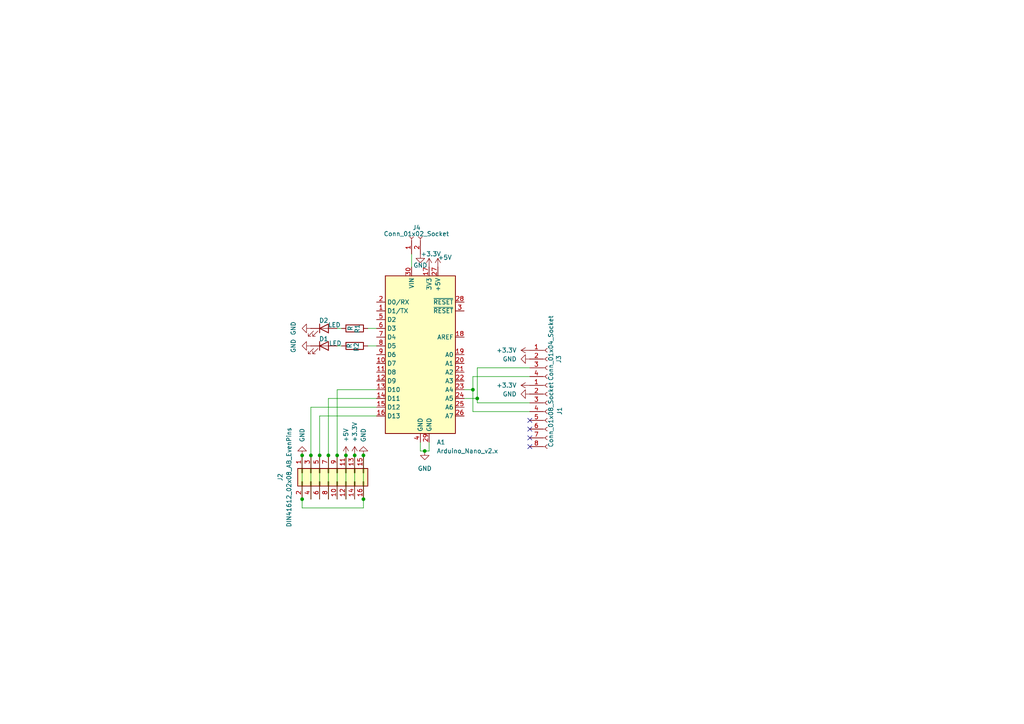
<source format=kicad_sch>
(kicad_sch (version 20231120) (generator "eeschema") (generator_version "8.0")
  (paper "A4")
  (lib_symbols
    (symbol "Connector:Conn_01x02_Socket" (pin_names (offset 1.016) hide)
      (property "Reference" "J" (at 0 2.54 0))
      (property "Value" "Conn_01x02_Socket" (at 0 -5.08 0))
      (symbol "Conn_01x02_Socket_1_1"
        (arc (start 0 -2.032) (mid -0.5058 -2.54) (end 0 -3.048) (stroke (width 0.1524)))
        (polyline (pts (xy -1.27 -2.54) (xy -0.508 -2.54)) (stroke (width 0.1524)))
        (polyline (pts (xy -1.27 0) (xy -0.508 0)) (stroke (width 0.1524)))
        (arc (start 0 0.508) (mid -0.5058 0) (end 0 -0.508) (stroke (width 0.1524)))
        (pin passive line (at -5.08 0 0) (length 3.81) (name "Pin_1") (number "1"))
        (pin passive line (at -5.08 -2.54 0) (length 3.81) (name "Pin_2") (number "2"))
      )
    )
    (symbol "Connector:Conn_01x04_Socket" (pin_names (offset 1.016) hide)
      (property "Reference" "J" (at 0 5.08 0))
      (property "Value" "Conn_01x04_Socket" (at 0 -7.62 0))
      (symbol "Conn_01x04_Socket_1_1"
        (arc (start 0 -4.572) (mid -0.5058 -5.08) (end 0 -5.588) (stroke (width 0.1524)))
        (arc (start 0 -2.032) (mid -0.5058 -2.54) (end 0 -3.048) (stroke (width 0.1524)))
        (polyline (pts (xy -1.27 -5.08) (xy -0.508 -5.08)) (stroke (width 0.1524)))
        (polyline (pts (xy -1.27 -2.54) (xy -0.508 -2.54)) (stroke (width 0.1524)))
        (polyline (pts (xy -1.27 0) (xy -0.508 0)) (stroke (width 0.1524)))
        (polyline (pts (xy -1.27 2.54) (xy -0.508 2.54)) (stroke (width 0.1524)))
        (arc (start 0 0.508) (mid -0.5058 0) (end 0 -0.508) (stroke (width 0.1524)))
        (arc (start 0 3.048) (mid -0.5058 2.54) (end 0 2.032) (stroke (width 0.1524)))
        (pin passive line (at -5.08 2.54 0) (length 3.81) (name "Pin_1") (number "1"))
        (pin passive line (at -5.08 0 0) (length 3.81) (name "Pin_2") (number "2"))
        (pin passive line (at -5.08 -2.54 0) (length 3.81) (name "Pin_3") (number "3"))
        (pin passive line (at -5.08 -5.08 0) (length 3.81) (name "Pin_4") (number "4"))
      )
    )
    (symbol "Connector:Conn_01x08_Socket" (pin_names (offset 1.016) hide)
      (property "Reference" "J" (at 0 10.16 0))
      (property "Value" "Conn_01x08_Socket" (at 0 -12.7 0))
      (symbol "Conn_01x08_Socket_1_1"
        (arc (start 0 -9.652) (mid -0.5058 -10.16) (end 0 -10.668) (stroke (width 0.1524)))
        (arc (start 0 -7.112) (mid -0.5058 -7.62) (end 0 -8.128) (stroke (width 0.1524)))
        (arc (start 0 -4.572) (mid -0.5058 -5.08) (end 0 -5.588) (stroke (width 0.1524)))
        (arc (start 0 -2.032) (mid -0.5058 -2.54) (end 0 -3.048) (stroke (width 0.1524)))
        (polyline (pts (xy -1.27 -10.16) (xy -0.508 -10.16)) (stroke (width 0.1524)))
        (polyline (pts (xy -1.27 -7.62) (xy -0.508 -7.62)) (stroke (width 0.1524)))
        (polyline (pts (xy -1.27 -5.08) (xy -0.508 -5.08)) (stroke (width 0.1524)))
        (polyline (pts (xy -1.27 -2.54) (xy -0.508 -2.54)) (stroke (width 0.1524)))
        (polyline (pts (xy -1.27 0) (xy -0.508 0)) (stroke (width 0.1524)))
        (polyline (pts (xy -1.27 2.54) (xy -0.508 2.54)) (stroke (width 0.1524)))
        (polyline (pts (xy -1.27 5.08) (xy -0.508 5.08)) (stroke (width 0.1524)))
        (polyline (pts (xy -1.27 7.62) (xy -0.508 7.62)) (stroke (width 0.1524)))
        (arc (start 0 0.508) (mid -0.5058 0) (end 0 -0.508) (stroke (width 0.1524)))
        (arc (start 0 3.048) (mid -0.5058 2.54) (end 0 2.032) (stroke (width 0.1524)))
        (arc (start 0 5.588) (mid -0.5058 5.08) (end 0 4.572) (stroke (width 0.1524)))
        (arc (start 0 8.128) (mid -0.5058 7.62) (end 0 7.112) (stroke (width 0.1524)))
        (pin passive line (at -5.08 7.62 0) (length 3.81) (name "Pin_1") (number "1"))
        (pin passive line (at -5.08 5.08 0) (length 3.81) (name "Pin_2") (number "2"))
        (pin passive line (at -5.08 2.54 0) (length 3.81) (name "Pin_3") (number "3"))
        (pin passive line (at -5.08 0 0) (length 3.81) (name "Pin_4") (number "4"))
        (pin passive line (at -5.08 -2.54 0) (length 3.81) (name "Pin_5") (number "5"))
        (pin passive line (at -5.08 -5.08 0) (length 3.81) (name "Pin_6") (number "6"))
        (pin passive line (at -5.08 -7.62 0) (length 3.81) (name "Pin_7") (number "7"))
        (pin passive line (at -5.08 -10.16 0) (length 3.81) (name "Pin_8") (number "8"))
      )
    )
    (symbol "Connector:DIN41612_02x08_AB_EvenPins" (pin_names (offset 1.016) hide)
      (property "Reference" "J2" (at 1.27 13.97 0))
      (property "Value" "DIN41612_02x08_AB_EvenPins" (at 1.27 11.43 0))
      (symbol "DIN41612_02x08_AB_EvenPins_1_1"
        (rectangle (start -1.27 -10.033) (end 0 -10.287) (stroke (width 0.1524)))
        (rectangle (start -1.27 -7.493) (end 0 -7.747) (stroke (width 0.1524)))
        (rectangle (start -1.27 -4.953) (end 0 -5.207) (stroke (width 0.1524)))
        (rectangle (start -1.27 -2.413) (end 0 -2.667) (stroke (width 0.1524)))
        (rectangle (start -1.27 0.127) (end 0 -0.127) (stroke (width 0.1524)))
        (rectangle (start -1.27 2.667) (end 0 2.413) (stroke (width 0.1524)))
        (rectangle (start -1.27 5.207) (end 0 4.953) (stroke (width 0.1524)))
        (rectangle (start -1.27 7.747) (end 0 7.493) (stroke (width 0.1524)))
        (rectangle (start -1.27 8.89) (end 3.81 -11.43) (stroke (width 0.254)) (fill (type background)))
        (rectangle (start 3.81 -10.033) (end 2.54 -10.287) (stroke (width 0.1524)))
        (rectangle (start 3.81 -7.493) (end 2.54 -7.747) (stroke (width 0.1524)))
        (rectangle (start 3.81 -4.953) (end 2.54 -5.207) (stroke (width 0.1524)))
        (rectangle (start 3.81 -2.413) (end 2.54 -2.667) (stroke (width 0.1524)))
        (rectangle (start 3.81 0.127) (end 2.54 -0.127) (stroke (width 0.1524)))
        (rectangle (start 3.81 2.667) (end 2.54 2.413) (stroke (width 0.1524)))
        (rectangle (start 3.81 5.207) (end 2.54 4.953) (stroke (width 0.1524)))
        (rectangle (start 3.81 7.747) (end 2.54 7.493) (stroke (width 0.1524)))
        (pin passive line (at 7.62 7.62 180) (length 3.81) (name "ePin_b2") (number "1"))
        (pin passive line (at -5.08 -2.54 0) (length 3.81) (name "ePin_a10") (number "10"))
        (pin passive line (at 7.62 -5.08 180) (length 3.81) (name "ePin_b12") (number "11"))
        (pin passive line (at -5.08 -5.08 0) (length 3.81) (name "ePin_a12") (number "12"))
        (pin passive line (at 7.62 -7.62 180) (length 3.81) (name "Pin_b14") (number "13"))
        (pin passive line (at -5.08 -7.62 0) (length 3.81) (name "ePin_a14") (number "14"))
        (pin passive line (at 7.62 -10.16 180) (length 3.81) (name "ePin_b16") (number "15"))
        (pin passive line (at -5.08 -10.16 0) (length 3.81) (name "ePin_a16") (number "16"))
        (pin passive line (at -5.08 7.62 0) (length 3.81) (name "ePin_a2") (number "2"))
        (pin passive line (at 7.62 5.08 180) (length 3.81) (name "eePin_b4") (number "3"))
        (pin passive line (at -5.08 5.08 0) (length 3.81) (name "ePin_a4") (number "4"))
        (pin passive line (at 7.62 2.54 180) (length 3.81) (name "ePin_b6") (number "5"))
        (pin passive line (at -5.08 2.54 0) (length 3.81) (name "ePin_a6") (number "6"))
        (pin passive line (at 7.62 0 180) (length 3.81) (name "ePin_b8") (number "7"))
        (pin passive line (at -5.08 0 0) (length 3.81) (name "ePin_a8") (number "8"))
        (pin passive line (at 7.62 -2.54 180) (length 3.81) (name "ePin_b10") (number "9"))
      )
    )
    (symbol "Device:LED" (pin_numbers hide) (pin_names (offset 1.016) hide)
      (property "Reference" "D" (at 0 2.54 0))
      (property "Value" "LED" (at 0 -2.54 0))
      (symbol "LED_0_1"
        (polyline (pts (xy -1.27 -1.27) (xy -1.27 1.27)) (stroke (width 0.254)))
        (polyline (pts (xy -1.27 0) (xy 1.27 0)))
        (polyline (pts (xy 1.27 -1.27) (xy 1.27 1.27) (xy -1.27 0) (xy 1.27 -1.27)) (stroke (width 0.254)))
        (polyline (pts (xy -3.048 -0.762) (xy -4.572 -2.286) (xy -3.81 -2.286) (xy -4.572 -2.286) (xy -4.572 -1.524)))
        (polyline (pts (xy -1.778 -0.762) (xy -3.302 -2.286) (xy -2.54 -2.286) (xy -3.302 -2.286) (xy -3.302 -1.524)))
      )
      (symbol "LED_1_1"
        (pin passive line (at -3.81 0 0) (length 2.54) (name "K") (number "1"))
        (pin passive line (at 3.81 0 180) (length 2.54) (name "A") (number "2"))
      )
    )
    (symbol "Device:R" (pin_numbers hide) (pin_names (offset 0))
      (property "Reference" "R" (at 2.032 0 90))
      (property "Value" "R" (at 0 0 90))
      (symbol "R_0_1"
        (rectangle (start -1.016 -2.54) (end 1.016 2.54) (stroke (width 0.254)))
      )
      (symbol "R_1_1"
        (pin passive line (at 0 3.81 270) (length 1.27) (name "~") (number "1"))
        (pin passive line (at 0 -3.81 90) (length 1.27) (name "~") (number "2"))
      )
    )
    (symbol "MCU_Module:Arduino_Nano_v2.x"
      (property "Reference" "A" (at -10.16 23.495 0))
      (property "Value" "Arduino_Nano_v2.x" (at 5.08 -24.13 0))
      (symbol "Arduino_Nano_v2.x_0_1"
        (rectangle (start -10.16 22.86) (end 10.16 -22.86) (stroke (width 0.254)) (fill (type background)))
      )
      (symbol "Arduino_Nano_v2.x_1_1"
        (pin bidirectional line (at -12.7 12.7 0) (length 2.54) (name "D1/TX") (number "1"))
        (pin bidirectional line (at -12.7 -2.54 0) (length 2.54) (name "D7") (number "10"))
        (pin bidirectional line (at -12.7 -5.08 0) (length 2.54) (name "D8") (number "11"))
        (pin bidirectional line (at -12.7 -7.62 0) (length 2.54) (name "D9") (number "12"))
        (pin bidirectional line (at -12.7 -10.16 0) (length 2.54) (name "D10") (number "13"))
        (pin bidirectional line (at -12.7 -12.7 0) (length 2.54) (name "D11") (number "14"))
        (pin bidirectional line (at -12.7 -15.24 0) (length 2.54) (name "D12") (number "15"))
        (pin bidirectional line (at -12.7 -17.78 0) (length 2.54) (name "D13") (number "16"))
        (pin power_out line (at 2.54 25.4 270) (length 2.54) (name "3V3") (number "17"))
        (pin input line (at 12.7 5.08 180) (length 2.54) (name "AREF") (number "18"))
        (pin bidirectional line (at 12.7 0 180) (length 2.54) (name "A0") (number "19"))
        (pin bidirectional line (at -12.7 15.24 0) (length 2.54) (name "D0/RX") (number "2"))
        (pin bidirectional line (at 12.7 -2.54 180) (length 2.54) (name "A1") (number "20"))
        (pin bidirectional line (at 12.7 -5.08 180) (length 2.54) (name "A2") (number "21"))
        (pin bidirectional line (at 12.7 -7.62 180) (length 2.54) (name "A3") (number "22"))
        (pin bidirectional line (at 12.7 -10.16 180) (length 2.54) (name "A4") (number "23"))
        (pin bidirectional line (at 12.7 -12.7 180) (length 2.54) (name "A5") (number "24"))
        (pin bidirectional line (at 12.7 -15.24 180) (length 2.54) (name "A6") (number "25"))
        (pin bidirectional line (at 12.7 -17.78 180) (length 2.54) (name "A7") (number "26"))
        (pin power_out line (at 5.08 25.4 270) (length 2.54) (name "+5V") (number "27"))
        (pin input line (at 12.7 15.24 180) (length 2.54) (name "~{RESET}") (number "28"))
        (pin power_in line (at 2.54 -25.4 90) (length 2.54) (name "GND") (number "29"))
        (pin input line (at 12.7 12.7 180) (length 2.54) (name "~{RESET}") (number "3"))
        (pin power_in line (at -2.54 25.4 270) (length 2.54) (name "VIN") (number "30"))
        (pin power_in line (at 0 -25.4 90) (length 2.54) (name "GND") (number "4"))
        (pin bidirectional line (at -12.7 10.16 0) (length 2.54) (name "D2") (number "5"))
        (pin bidirectional line (at -12.7 7.62 0) (length 2.54) (name "D3") (number "6"))
        (pin bidirectional line (at -12.7 5.08 0) (length 2.54) (name "D4") (number "7"))
        (pin bidirectional line (at -12.7 2.54 0) (length 2.54) (name "D5") (number "8"))
        (pin bidirectional line (at -12.7 0 0) (length 2.54) (name "D6") (number "9"))
      )
    )
    (symbol "power:+3.3V" (power) (pin_numbers hide) (pin_names (offset 0) hide)
      (property "Value" "+3.3V" (at 0 3.556 0))
      (symbol "+3.3V_0_1"
        (polyline (pts (xy -0.762 1.27) (xy 0 2.54)))
        (polyline (pts (xy 0 0) (xy 0 2.54)))
        (polyline (pts (xy 0 2.54) (xy 0.762 1.27)))
      )
      (symbol "+3.3V_1_1"
        (pin power_in line (at 0 0 90) (length 0) (name "~") (number "1"))
      )
    )
    (symbol "power:+5V" (power) (pin_numbers hide) (pin_names (offset 0) hide)
      (property "Value" "+5V" (at 0 3.556 0))
      (symbol "+5V_0_1"
        (polyline (pts (xy -0.762 1.27) (xy 0 2.54)))
        (polyline (pts (xy 0 0) (xy 0 2.54)))
        (polyline (pts (xy 0 2.54) (xy 0.762 1.27)))
      )
      (symbol "+5V_1_1"
        (pin power_in line (at 0 0 90) (length 0) (name "~") (number "1"))
      )
    )
    (symbol "power:GND" (power) (pin_numbers hide) (pin_names (offset 0) hide)
      (property "Value" "GND" (at 0 -3.81 0))
      (symbol "GND_0_1"
        (polyline (pts (xy 0 0) (xy 0 -1.27) (xy 1.27 -1.27) (xy 0 -2.54) (xy -1.27 -1.27) (xy 0 -1.27)))
      )
      (symbol "GND_1_1"
        (pin power_in line (at 0 0 270) (length 0) (name "~") (number "1"))
      )
    )
  )
  (junction (at 138.43 115.57))
  (junction (at 87.63 144.78))
  (junction (at 100.33 132.08))
  (junction (at 95.25 132.08))
  (junction (at 137.16 113.03))
  (junction (at 87.63 132.08))
  (junction (at 90.17 132.08))
  (junction (at 102.87 132.08))
  (junction (at 97.79 132.08))
  (junction (at 123.19 130.81))
  (junction (at 105.41 144.78))
  (junction (at 92.71 132.08))
  (junction (at 105.41 132.08))
  (no_connect (at 153.67 121.92))
  (no_connect (at 153.67 127))
  (no_connect (at 153.67 124.46))
  (no_connect (at 153.67 129.54))
  (wire (pts (xy 95.25 115.57) (xy 95.25 132.08)))
  (wire (pts (xy 121.92 130.81) (xy 121.92 128.27)))
  (wire (pts (xy 138.43 106.68) (xy 153.67 106.68)))
  (wire (pts (xy 87.63 144.78) (xy 87.63 132.08)))
  (wire (pts (xy 137.16 113.03) (xy 137.16 119.38)))
  (wire (pts (xy 90.17 118.11) (xy 109.22 118.11)))
  (wire (pts (xy 137.16 119.38) (xy 153.67 119.38)))
  (wire (pts (xy 105.41 147.32) (xy 87.63 147.32)))
  (wire (pts (xy 134.62 113.03) (xy 137.16 113.03)))
  (wire (pts (xy 138.43 115.57) (xy 138.43 106.68)))
  (wire (pts (xy 102.87 144.78) (xy 102.87 132.08)))
  (wire (pts (xy 92.71 120.65) (xy 92.71 132.08)))
  (wire (pts (xy 92.71 144.78) (xy 92.71 132.08)))
  (wire (pts (xy 97.79 144.78) (xy 97.79 132.08)))
  (wire (pts (xy 124.46 128.27) (xy 124.46 130.81)))
  (wire (pts (xy 119.38 73.66) (xy 119.38 77.47)))
  (wire (pts (xy 106.68 100.33) (xy 109.22 100.33)))
  (wire (pts (xy 99.06 100.33) (xy 97.79 100.33)))
  (wire (pts (xy 95.25 115.57) (xy 109.22 115.57)))
  (wire (pts (xy 90.17 118.11) (xy 90.17 132.08)))
  (wire (pts (xy 137.16 113.03) (xy 137.16 109.22)))
  (wire (pts (xy 90.17 144.78) (xy 90.17 132.08)))
  (wire (pts (xy 95.25 144.78) (xy 95.25 132.08)))
  (wire (pts (xy 87.63 147.32) (xy 87.63 144.78)))
  (wire (pts (xy 123.19 130.81) (xy 121.92 130.81)))
  (wire (pts (xy 92.71 120.65) (xy 109.22 120.65)))
  (wire (pts (xy 138.43 116.84) (xy 153.67 116.84)))
  (wire (pts (xy 105.41 147.32) (xy 105.41 144.78)))
  (wire (pts (xy 97.79 113.03) (xy 109.22 113.03)))
  (wire (pts (xy 134.62 115.57) (xy 138.43 115.57)))
  (wire (pts (xy 106.68 95.25) (xy 109.22 95.25)))
  (wire (pts (xy 137.16 109.22) (xy 153.67 109.22)))
  (wire (pts (xy 124.46 130.81) (xy 123.19 130.81)))
  (wire (pts (xy 105.41 144.78) (xy 105.41 132.08)))
  (wire (pts (xy 100.33 144.78) (xy 100.33 132.08)))
  (wire (pts (xy 97.79 113.03) (xy 97.79 132.08)))
  (wire (pts (xy 99.06 95.25) (xy 97.79 95.25)))
  (wire (pts (xy 138.43 115.57) (xy 138.43 116.84)))
  (symbol (lib_id "power:+5V") (at 127 77.47 0) (unit 1)
    (property "Reference" "#PWR09" (effects (hide yes)))
    (property "Value" "+5V" (at 129.032 74.676 0))
    (property "Description" "Power symbol creates a global label with name \"+5V\"" (effects (hide yes)))
  )
  (symbol (lib_id "power:+3.3V") (at 153.67 111.76 90) (unit 1)
    (property "Reference" "#PWR08" (effects (hide yes)))
    (property "Value" "+3.3V" (at 149.86 111.7599 90) (effects (justify left)))
    (property "Description" "Power symbol creates a global label with name \"+3.3V\"" (effects (hide yes)))
  )
  (symbol (lib_id "power:GND") (at 90.17 95.25 270) (unit 1)
    (property "Reference" "#PWR012" (effects (hide yes)))
    (property "Value" "GND" (at 85.09 95.25 0))
    (property "Description" "Power symbol creates a global label with name \"GND\" , ground" (effects (hide yes)))
  )
  (symbol (lib_id "Device:LED") (at 93.98 100.33 0) (unit 1)
    (property "Reference" "D1" (at 95.25 98.298 0) (effects (justify right)))
    (property "Value" "LED" (at 99.06 99.568 0) (effects (justify right)))
    (property "Footprint" "LED_THT:LED_D3.0mm_Clear" (effects (hide yes)))
    (property "Description" "Light emitting diode" (effects (hide yes)))
  )
  (symbol (lib_id "power:GND") (at 87.63 132.08 180) (unit 1)
    (property "Reference" "#PWR01" (effects (hide yes)))
    (property "Value" "GND" (at 87.6299 128.27 90) (effects (justify right)))
    (property "Description" "Power symbol creates a global label with name \"GND\" , ground" (effects (hide yes)))
  )
  (symbol (lib_id "power:+5V") (at 100.33 132.08 0) (unit 1)
    (property "Reference" "#PWR010" (effects (hide yes)))
    (property "Value" "+5V" (at 100.3299 128.27 90) (effects (justify left)))
    (property "Description" "Power symbol creates a global label with name \"+5V\"" (effects (hide yes)))
  )
  (symbol (lib_id "power:GND") (at 90.17 100.33 270) (unit 1)
    (property "Reference" "#PWR013" (effects (hide yes)))
    (property "Value" "GND" (at 85.09 100.33 0))
    (property "Description" "Power symbol creates a global label with name \"GND\" , ground" (effects (hide yes)))
  )
  (symbol (lib_id "Connector:DIN41612_02x08_AB_EvenPins") (at 95.25 139.7 90) (unit 1)
    (property "Reference" "J2" (at 81.28 138.43 0))
    (property "Value" "DIN41612_02x08_AB_EvenPins" (at 83.82 138.43 0))
    (property "Footprint" "Connector_PinSocket_2.00mm:PinSocket_2x08_P2.00mm_Vertical" (effects (hide yes)))
    (property "Description" "DIN41612 connector, double row (AB) even pins only, 02x08, script generated (kicad-library-utils/schlib/autogen/connector/)" (effects (hide yes)))
  )
  (symbol (lib_id "power:GND") (at 153.67 114.3 270) (unit 1)
    (property "Reference" "#PWR03" (effects (hide yes)))
    (property "Value" "GND" (at 149.86 114.2999 90) (effects (justify right)))
    (property "Description" "Power symbol creates a global label with name \"GND\" , ground" (effects (hide yes)))
  )
  (symbol (lib_id "power:GND") (at 105.41 132.08 180) (unit 1)
    (property "Reference" "#PWR02" (effects (hide yes)))
    (property "Value" "GND" (at 105.4099 128.27 90) (effects (justify right)))
    (property "Description" "Power symbol creates a global label with name \"GND\" , ground" (effects (hide yes)))
  )
  (symbol (lib_id "Connector:Conn_01x08_Socket") (at 158.75 119.38 0) (unit 1)
    (property "Reference" "J1" (at 162.306 120.396 90) (effects (justify left)))
    (property "Value" "Conn_01x08_Socket" (at 159.766 129.794 90) (effects (justify left)))
    (property "Footprint" "Connector_PinSocket_2.00mm:PinSocket_1x08_P2.00mm_Vertical" (effects (hide yes)))
    (property "Description" "Generic connector, single row, 01x08, script generated" (effects (hide yes)))
  )
  (symbol (lib_id "power:GND") (at 123.19 130.81 0) (unit 1)
    (property "Reference" "#PWR015" (effects (hide yes)))
    (property "Value" "GND" (at 123.19 135.89 0))
    (property "Description" "Power symbol creates a global label with name \"GND\" , ground" (effects (hide yes)))
  )
  (symbol (lib_id "power:+3.3V") (at 153.67 101.6 90) (unit 1)
    (property "Reference" "#PWR07" (effects (hide yes)))
    (property "Value" "+3.3V" (at 149.86 101.5999 90) (effects (justify left)))
    (property "Description" "Power symbol creates a global label with name \"+3.3V\"" (effects (hide yes)))
  )
  (symbol (lib_id "Device:R") (at 102.87 95.25 90) (unit 1)
    (property "Reference" "R1" (at 103.632 93.98 0) (effects (justify right)))
    (property "Value" "R" (at 101.6 94.488 0) (effects (justify right)))
    (property "Footprint" "Resistor_THT:R_Axial_DIN0207_L6.3mm_D2.5mm_P15.24mm_Horizontal" (effects (hide yes)))
    (property "Description" "Resistor" (effects (hide yes)))
  )
  (symbol (lib_id "Device:LED") (at 93.98 95.25 0) (unit 1)
    (property "Reference" "D2" (at 95.25 92.964 0) (effects (justify right)))
    (property "Value" "LED" (at 98.806 94.234 0) (effects (justify right)))
    (property "Footprint" "LED_THT:LED_D3.0mm_Clear" (effects (hide yes)))
    (property "Description" "Light emitting diode" (effects (hide yes)))
  )
  (symbol (lib_id "Device:R") (at 102.87 100.33 270) (unit 1)
    (property "Reference" "R2" (at 103.378 99.314 0) (effects (justify left)))
    (property "Value" "R" (at 101.346 99.568 0) (effects (justify left)))
    (property "Footprint" "Resistor_THT:R_Axial_DIN0207_L6.3mm_D2.5mm_P15.24mm_Horizontal" (effects (hide yes)))
    (property "Description" "Resistor" (effects (hide yes)))
  )
  (symbol (lib_id "Connector:Conn_01x04_Socket") (at 158.75 104.14 0) (unit 1)
    (property "Reference" "J3" (at 162.052 105.41 90) (effects (justify left)))
    (property "Value" "Conn_01x04_Socket" (at 159.766 110.49 90) (effects (justify left)))
    (property "Footprint" "Connector_PinSocket_2.00mm:PinSocket_1x04_P2.00mm_Vertical" (effects (hide yes)))
    (property "Description" "Generic connector, single row, 01x04, script generated" (effects (hide yes)))
  )
  (symbol (lib_id "Connector:Conn_01x02_Socket") (at 119.38 68.58 90) (unit 1)
    (property "Reference" "J4" (at 119.634 66.04 90) (effects (justify right)))
    (property "Value" "Conn_01x02_Socket" (at 111.252 67.818 90) (effects (justify right)))
    (property "Footprint" "Connector_JST:JST_XH_B2B-XH-AM_1x02_P2.50mm_Vertical" (effects (hide yes)))
    (property "Description" "Generic connector, single row, 01x02, script generated" (effects (hide yes)))
  )
  (symbol (lib_id "MCU_Module:Arduino_Nano_v2.x") (at 121.92 102.87 0) (unit 1)
    (property "Reference" "A1" (at 126.6541 128.27 0) (effects (justify left)))
    (property "Value" "Arduino_Nano_v2.x" (at 126.6541 130.81 0) (effects (justify left)))
    (property "Footprint" "Module:Arduino_Nano" (effects (hide yes)))
    (property "Datasheet" "https://www.arduino.cc/en/uploads/Main/ArduinoNanoManual23.pdf" (effects (hide yes)))
    (property "Description" "Arduino Nano v2.x" (effects (hide yes)))
  )
  (symbol (lib_id "power:+3.3V") (at 102.87 132.08 0) (unit 1)
    (property "Reference" "#PWR05" (effects (hide yes)))
    (property "Value" "+3.3V" (at 102.8699 128.27 90) (effects (justify left)))
    (property "Description" "Power symbol creates a global label with name \"+3.3V\"" (effects (hide yes)))
  )
  (symbol (lib_id "power:+3.3V") (at 124.46 77.47 0) (unit 1)
    (property "Reference" "#PWR06" (effects (hide yes)))
    (property "Value" "+3.3V" (at 124.968 73.66 0))
    (property "Description" "Power symbol creates a global label with name \"+3.3V\"" (effects (hide yes)))
  )
  (symbol (lib_id "power:GND") (at 121.92 73.66 0) (unit 1)
    (property "Reference" "#PWR014" (effects (hide yes)))
    (property "Value" "GND" (at 121.92 76.962 0))
    (property "Description" "Power symbol creates a global label with name \"GND\" , ground" (effects (hide yes)))
  )
  (symbol (lib_id "power:GND") (at 153.67 104.14 270) (unit 1)
    (property "Reference" "#PWR04" (effects (hide yes)))
    (property "Value" "GND" (at 149.86 104.1399 90) (effects (justify right)))
    (property "Description" "Power symbol creates a global label with name \"GND\" , ground" (effects (hide yes)))
  )
)
</source>
